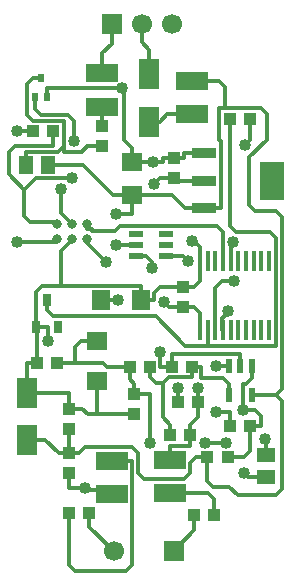
<source format=gtl>
G04 DipTrace 3.3.1.3*
G04 REV0_DieselTach_Filter_MSP.gtl*
%MOIN*%
G04 #@! TF.FileFunction,Copper,L1,Top*
G04 #@! TF.Part,Single*
%AMOUTLINE0*
4,1,36,
0.015265,0.002692,
0.014566,0.005302,
0.013424,0.007751,
0.011874,0.009963,
0.009963,0.011874,
0.007751,0.013424,
0.005302,0.014566,
0.002692,0.015265,
0.0,0.0155,
-0.002692,0.015265,
-0.005302,0.014566,
-0.007751,0.013424,
-0.009963,0.011874,
-0.011874,0.009963,
-0.013424,0.007751,
-0.014566,0.005302,
-0.015265,0.002692,
-0.0155,0.0,
-0.015265,-0.002692,
-0.014566,-0.005302,
-0.013424,-0.007751,
-0.011874,-0.009963,
-0.009963,-0.011874,
-0.007751,-0.013424,
-0.005302,-0.014566,
-0.002692,-0.015265,
0.0,-0.0155,
0.002692,-0.015265,
0.005302,-0.014566,
0.007751,-0.013424,
0.009963,-0.011874,
0.011874,-0.009963,
0.013424,-0.007751,
0.014566,-0.005302,
0.015265,-0.002692,
0.0155,0.0,
0.015265,0.002692,
0*%
G04 #@! TA.AperFunction,Conductor*
%ADD13C,0.012126*%
%ADD14C,0.0121*%
%ADD15R,0.043307X0.03937*%
%ADD16R,0.03937X0.043307*%
%ADD17R,0.070866X0.062992*%
%ADD18R,0.066142X0.059843*%
%ADD19R,0.059843X0.066142*%
%ADD21R,0.025591X0.041339*%
%ADD22R,0.066929X0.098425*%
G04 #@! TA.AperFunction,ComponentPad*
%ADD23R,0.066929X0.066929*%
%ADD24C,0.066929*%
%ADD26R,0.019685X0.031496*%
%ADD27R,0.106299X0.062992*%
%ADD28R,0.051181X0.059055*%
%ADD29R,0.059055X0.051181*%
%ADD33R,0.047244X0.023622*%
%ADD34R,0.023622X0.047244*%
%ADD36R,0.084646X0.037402*%
%ADD37R,0.084646X0.127953*%
%ADD38R,0.015748X0.070866*%
G04 #@! TA.AperFunction,ViaPad*
%ADD39C,0.04*%
%ADD85OUTLINE0*%
%FSLAX26Y26*%
G04*
G70*
G90*
G75*
G01*
G04 Top*
%LPD*%
X568729Y1510636D2*
D13*
Y1559300D1*
X528497D1*
X1087449Y2137451D2*
X1021189D1*
Y2123130D1*
X987449D1*
X1209950Y1430413D2*
Y1468093D1*
X983020D1*
Y1424951D1*
X637449Y1285630D2*
X682359D1*
X700254Y1267735D1*
X731197D1*
X856200D1*
X1001485Y1308700D2*
X1001484Y1356380D1*
X731199Y1378591D2*
X731197Y1267735D1*
X499949Y1338681D2*
X637449D1*
Y1285630D1*
X533020Y1437451D2*
X497311D1*
Y1338681D1*
X499949D1*
X528497Y1559300D2*
X533020D1*
Y1437451D1*
X877559Y1649951D2*
Y1697077D1*
X613322D1*
X548618D1*
X528497Y1676956D1*
Y1559300D1*
X1017606Y1691054D2*
X941654D1*
X921536Y1670936D1*
Y1649951D1*
X877559D1*
X1074949Y1778297D2*
Y1711176D1*
X1054827Y1691054D1*
X1017606D1*
X1047729Y1845282D2*
X1054949D1*
X1074949Y1825282D1*
Y1778297D1*
X816591Y2354754D2*
X564319D1*
Y2324951D1*
X849949Y2110187D2*
Y2155739D1*
X822654Y2183034D1*
Y2348691D1*
X816591Y2354754D1*
X919437Y2110187D2*
X849949D1*
X987449Y2123130D2*
X953492D1*
Y2110187D1*
X919437D1*
X983020Y1424951D2*
X942874D1*
Y1473880D1*
X1293063Y1185935D2*
X1296200Y1182798D1*
Y1132352D1*
X648975Y1851200D2*
D14*
Y1848976D1*
X613322Y1813323D1*
Y1697077D1*
X974949Y1006201D2*
D13*
X1103009D1*
X1123128Y986082D1*
Y931201D1*
X639270Y937451D2*
Y764927D1*
X659388Y744809D1*
X828288D1*
X848406Y764927D1*
Y1112451D1*
X781199D1*
X787449Y812451D2*
X706199Y893701D1*
Y937451D1*
X987449Y812451D2*
X1056199Y881201D1*
Y931201D1*
X493699Y2099951D2*
Y2143534D1*
X601221D1*
X621339Y2163652D1*
Y2246191D1*
X520071D1*
X499953Y2266309D1*
Y2367825D1*
X520071Y2387943D1*
X544634D1*
X621339Y2163652D2*
Y2143534D1*
X680473D1*
X698425Y2161485D1*
X749950D1*
X801614Y1649951D2*
X743699D1*
X1041878Y1199951D2*
Y1161990D1*
X974949D1*
Y1116437D1*
X1068415Y1308700D2*
Y1260226D1*
X1041878Y1233690D1*
Y1199951D1*
X1068414Y1356380D2*
X1068415Y1308700D1*
X907748Y1172628D2*
Y1334665D1*
X856200D1*
X840235Y1426200D2*
X763831D1*
X752580Y1437451D1*
X659949D1*
Y1492333D1*
X680067Y1512451D1*
X731199D1*
X1160898Y1172628D2*
X1091528D1*
X1172548Y1430413D2*
X1126843Y1430412D1*
Y1276380D2*
X1176485D1*
Y1228700D1*
X659949Y1437451D2*
X599949D1*
X856200Y1334665D2*
Y1370377D1*
X840235Y1386342D1*
Y1426200D1*
X691189Y1022530D2*
X637449D1*
Y1070522D1*
X781199Y1002214D2*
Y1016467D1*
X697252D1*
X691189Y1022530D1*
X974949Y1199951D2*
Y1233692D1*
X950571Y1258070D1*
Y1371092D1*
X970690Y1391211D1*
X1049949D1*
Y1424951D1*
X950571Y1371092D2*
X927284D1*
X907165Y1391211D1*
Y1426200D1*
X1049949Y1424951D2*
X1077666D1*
Y1390435D1*
X1152430D1*
X1172548Y1370317D1*
Y1331987D1*
X649949Y2056201D2*
X527482D1*
X488169Y2016888D1*
X437756Y2067301D1*
Y2143534D1*
X457874Y2163652D1*
X585628D1*
Y2212451D1*
X955591Y1641412D2*
X972878Y1624125D1*
X1017606D1*
X921457Y2037006D2*
X940652Y2056201D1*
X987449D1*
X488169Y2016888D2*
Y1929074D1*
X508288Y1908955D1*
X598975D1*
Y1901200D1*
X1017606Y1624125D2*
X1054827D1*
X1074949Y1604003D1*
Y1549951D1*
X987449Y2056201D2*
Y2046899D1*
X1087449D1*
X1247352Y1430413D2*
Y1389787D1*
X1227232Y1369668D1*
X1218536D1*
Y1282443D1*
X1035540Y1777171D2*
X1017663Y1795048D1*
X960413D1*
X1243415Y1228700D2*
Y1145068D1*
X1223297Y1124951D1*
X1166878D1*
X1218536Y1282443D2*
X1259008D1*
X1279126Y1262325D1*
Y1228700D1*
X1243415D1*
X781199Y2568701D2*
Y2502837D1*
X749949Y2471587D1*
Y2403937D1*
X1175235Y2253700D2*
Y1895898D1*
X1195355Y1875778D1*
X1307075D1*
X1327193Y1855660D1*
Y1494286D1*
X1100539D1*
X1026799D1*
X927059Y1594026D1*
X586020D1*
X565899Y1614147D1*
Y1649851D1*
X1100539Y1494286D2*
X1100540Y1549951D1*
X749949Y2293701D2*
X749950D1*
Y2228415D1*
X906199Y2243701D2*
X941220D1*
X966220Y2268701D1*
X1049949D1*
X1224622Y2165620D2*
X1242165Y2183162D1*
Y2253700D1*
X1223299Y1070526D2*
X1236277Y1057548D1*
X1296200D1*
X913603Y1755242D2*
Y1775048D1*
X893603Y1795048D1*
X861987D1*
X499949Y1181201D2*
X559813D1*
X603563Y1137451D1*
X637449D1*
X1099949Y1124951D2*
Y1046440D1*
X1120068Y1026321D1*
X1172875D1*
X1201414Y997782D1*
X1327193D1*
X1347311Y1017900D1*
Y1311869D1*
X1327193Y1331987D1*
X1347311Y1352105D1*
Y1926230D1*
X1327190Y1946351D1*
X1259414D1*
X1239295Y1966470D1*
Y2124935D1*
X1297992Y2183632D1*
Y2267325D1*
X1277874Y2287443D1*
X1159642D1*
X1139524D1*
Y2182585D1*
X1143827Y2178282D1*
Y1956348D1*
X1087449D1*
X637449Y1137451D2*
Y1218701D1*
X861987Y1832450D2*
X795669Y1832451D1*
X849949Y1999951D2*
Y1936234D1*
X795669D1*
X1159642Y2287443D2*
Y2358817D1*
X1139522Y2378937D1*
X1049949D1*
X849949Y1999951D2*
X784784D1*
X684784Y2099951D1*
X568502D1*
X1087449Y1956348D2*
X1024915D1*
X981312Y1999951D1*
X849949D1*
X1327193Y1331987D2*
X1247352D1*
X637449Y1137451D2*
X671190D1*
X691741Y1158002D1*
X848406D1*
X868524Y1137884D1*
Y1071872D1*
X888642Y1051754D1*
X1022036D1*
X1042154Y1071872D1*
Y1104833D1*
X1062272Y1124951D1*
X1099949D1*
X465898Y1842447D2*
X598975D1*
Y1851200D1*
X465898Y2212451D2*
X518699D1*
X1185776Y1841723D2*
X1177312Y1833258D1*
Y1778297D1*
X655394Y2177589D2*
Y2246191D1*
X635276Y2266309D1*
X545071D1*
X524949Y2286431D1*
Y2324951D1*
X1126130Y1549951D2*
Y1688632D1*
X1149949Y1712451D1*
X1187449D1*
X648975Y1901200D2*
D14*
X648700D1*
X612449Y1937451D1*
Y2018701D1*
X1151721Y1549951D2*
X1149949D1*
Y1587451D1*
X1168699Y1606201D1*
Y1612451D1*
X762449Y1774951D2*
X698975Y1838425D1*
Y1851200D1*
Y1901200D2*
D13*
Y1885817D1*
X715725D1*
Y1879821D1*
X792516D1*
X808414Y1895719D1*
X1131598D1*
X1151721Y1875596D1*
Y1778297D1*
X881199Y2568701D2*
Y2507325D1*
X906199Y2482325D1*
Y2401181D1*
D39*
X612449Y2018701D3*
X1168699Y1612451D3*
X762449Y1774951D3*
X568729Y1510636D3*
X816591Y2354754D3*
X1047729Y1845282D3*
X1293063Y1185935D3*
X942874Y1473880D3*
X1001484Y1356380D3*
X919437Y2110187D3*
X955591Y1641412D3*
X921457Y2037006D3*
X649949Y2056201D3*
X801614Y1649951D3*
X1068414Y1356380D3*
X907748Y1172628D3*
X1091528D3*
X1160898D3*
X1126843Y1430412D3*
Y1276380D3*
X691189Y1022530D3*
X1035540Y1777171D3*
X1218536Y1282443D3*
X1223299Y1070526D3*
X1224622Y2165620D3*
X913603Y1755242D3*
X795669Y1832451D3*
Y1936234D3*
X1185776Y1841723D3*
X465898Y1842447D3*
Y2212451D3*
X655394Y2177589D3*
X1187449Y1712451D3*
D15*
X1068415Y1308700D3*
X1001485D3*
X1049949Y1424951D3*
X983020D3*
D16*
X637449Y1218701D3*
Y1285630D3*
X1017606Y1624125D3*
Y1691054D3*
X987449Y2056201D3*
Y2123130D3*
D17*
X849949Y1999951D3*
Y2110187D3*
D18*
X731199Y1512451D3*
Y1378591D3*
D19*
X743699Y1649951D3*
X877559D3*
D21*
X528497Y1559300D3*
X603300D3*
X565899Y1649851D3*
D22*
X499949Y1181201D3*
Y1338681D3*
X906199Y2243701D3*
Y2401181D3*
D23*
X987449Y812451D3*
D24*
X787449D3*
D23*
X781199Y2568701D3*
D24*
X881199D3*
X981199D3*
D26*
X524949Y2324951D3*
X564319D3*
X544634Y2387943D3*
D15*
X1056199Y931201D3*
X1123128D3*
X706199Y937451D3*
X639270D3*
D27*
X974949Y1006201D3*
Y1116437D3*
X781199Y1112451D3*
Y1002214D3*
D16*
X856200Y1267735D3*
Y1334665D3*
D15*
X974949Y1199951D3*
X1041878D3*
X907165Y1426200D3*
X840235D3*
D16*
X637449Y1137451D3*
Y1070522D3*
D15*
X599949Y1437451D3*
X533020D3*
X1176485Y1228700D3*
X1243415D3*
X1099949Y1124951D3*
X1166878D3*
D28*
X493699Y2099951D3*
X568502D3*
D15*
X1242165Y2253700D3*
X1175235D3*
D29*
X1296200Y1132352D3*
Y1057548D3*
D15*
X518699Y2212451D3*
X585628D3*
D16*
X749950Y2161485D3*
Y2228415D3*
D27*
X749949Y2293701D3*
Y2403937D3*
X1049949Y2268701D3*
Y2378937D3*
D33*
X960413Y1795048D3*
Y1832450D3*
Y1869852D3*
X861987D3*
Y1832450D3*
Y1795048D3*
D34*
X1247352Y1430413D3*
X1209950D3*
X1172548D3*
Y1331987D3*
X1247352D3*
D85*
X598975Y1901200D3*
X648975D3*
X698975D3*
Y1851200D3*
X648975D3*
X598975D3*
D36*
X1087449Y2137451D3*
Y2046899D3*
Y1956348D3*
D37*
X1315796Y2046899D3*
D38*
X1074949Y1549951D3*
X1100540D3*
X1126130D3*
X1151721D3*
X1177312D3*
X1202902D3*
X1228493D3*
X1254083D3*
X1279674D3*
X1305264D3*
Y1778297D3*
X1279674D3*
X1254083D3*
X1228493D3*
X1202902D3*
X1177312D3*
X1151721D3*
X1126130D3*
X1100540D3*
X1074949D3*
M02*

</source>
